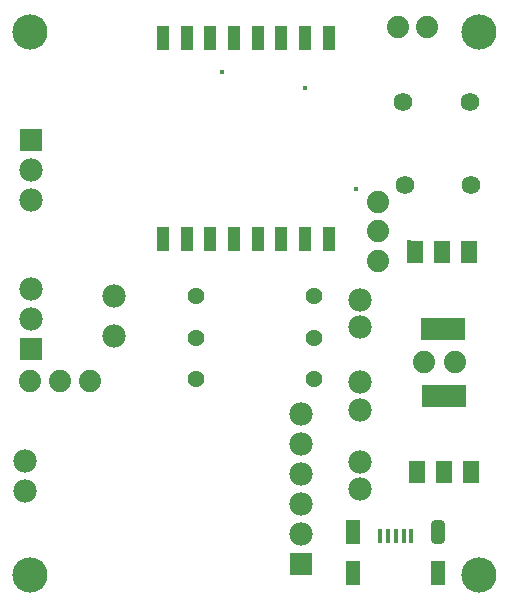
<source format=gts>
G04*
G04 #@! TF.GenerationSoftware,Altium Limited,Altium Designer,19.0.4 (130)*
G04*
G04 Layer_Color=8388736*
%FSLAX25Y25*%
%MOIN*%
G70*
G01*
G75*
%ADD16R,0.01496X0.05039*%
%ADD17R,0.03858X0.08189*%
%ADD18R,0.05821X0.07821*%
%ADD19R,0.14921X0.07821*%
%ADD20C,0.07402*%
G04:AMPARAMS|DCode=21|XSize=77.95mil|YSize=46.46mil|CornerRadius=0mil|HoleSize=0mil|Usage=FLASHONLY|Rotation=270.000|XOffset=0mil|YOffset=0mil|HoleType=Round|Shape=RoundedRectangle|*
%AMROUNDEDRECTD21*
21,1,0.07795,0.04646,0,0,270.0*
21,1,0.07795,0.04646,0,0,270.0*
1,1,0.00000,-0.02323,-0.03898*
1,1,0.00000,-0.02323,0.03898*
1,1,0.00000,0.02323,0.03898*
1,1,0.00000,0.02323,-0.03898*
%
%ADD21ROUNDEDRECTD21*%
G04:AMPARAMS|DCode=22|XSize=77.95mil|YSize=46.46mil|CornerRadius=11.42mil|HoleSize=0mil|Usage=FLASHONLY|Rotation=270.000|XOffset=0mil|YOffset=0mil|HoleType=Round|Shape=RoundedRectangle|*
%AMROUNDEDRECTD22*
21,1,0.07795,0.02362,0,0,270.0*
21,1,0.05512,0.04646,0,0,270.0*
1,1,0.02284,-0.01181,-0.02756*
1,1,0.02284,-0.01181,0.02756*
1,1,0.02284,0.01181,0.02756*
1,1,0.02284,0.01181,-0.02756*
%
%ADD22ROUNDEDRECTD22*%
%ADD23R,0.07795X0.07795*%
%ADD24C,0.07795*%
%ADD25C,0.05630*%
%ADD26C,0.06221*%
%ADD27C,0.01496*%
%ADD28C,0.11732*%
D16*
X124803Y21000D02*
D03*
X127362D02*
D03*
X129921D02*
D03*
X132480D02*
D03*
X135039D02*
D03*
D17*
X52362Y187008D02*
D03*
X60236D02*
D03*
X68110D02*
D03*
X75984D02*
D03*
X83858D02*
D03*
X91732D02*
D03*
X99606D02*
D03*
X107480D02*
D03*
Y119685D02*
D03*
X99606D02*
D03*
X91732D02*
D03*
X83858D02*
D03*
X75984D02*
D03*
X68110D02*
D03*
X60236D02*
D03*
X52362D02*
D03*
D18*
X145924Y42118D02*
D03*
X136869D02*
D03*
X154980D02*
D03*
X145414Y115362D02*
D03*
X154469D02*
D03*
X136359D02*
D03*
D19*
X145858Y67472D02*
D03*
X145481Y90008D02*
D03*
D20*
X140157Y190551D02*
D03*
X130709D02*
D03*
X149606Y78740D02*
D03*
X139370D02*
D03*
X124016Y132283D02*
D03*
Y122441D02*
D03*
Y112441D02*
D03*
X28110Y72441D02*
D03*
X18110D02*
D03*
X8110D02*
D03*
D21*
X115748Y22220D02*
D03*
X144095Y8559D02*
D03*
X115748D02*
D03*
D22*
X144095Y22220D02*
D03*
D23*
X98425Y11496D02*
D03*
X8268Y83307D02*
D03*
Y152913D02*
D03*
D24*
X98425Y21496D02*
D03*
Y31496D02*
D03*
Y41496D02*
D03*
Y51496D02*
D03*
Y61496D02*
D03*
X8268Y103307D02*
D03*
Y93307D02*
D03*
Y132913D02*
D03*
Y142913D02*
D03*
X35827Y87402D02*
D03*
Y100787D02*
D03*
X118110Y45669D02*
D03*
Y36614D02*
D03*
Y62992D02*
D03*
Y72047D02*
D03*
Y99606D02*
D03*
Y90551D02*
D03*
X6299Y45866D02*
D03*
Y35945D02*
D03*
D25*
X102756Y100787D02*
D03*
X63386D02*
D03*
X102756Y73228D02*
D03*
X63386D02*
D03*
X102756Y87008D02*
D03*
X63386D02*
D03*
D26*
X132874Y137795D02*
D03*
X155118D02*
D03*
X154527Y165354D02*
D03*
X132283D02*
D03*
D27*
X134252Y118898D02*
D03*
X116535Y136614D02*
D03*
X99606Y170079D02*
D03*
X72047Y175591D02*
D03*
D28*
X7874Y188976D02*
D03*
X157480Y7874D02*
D03*
Y188976D02*
D03*
X7874Y7874D02*
D03*
M02*

</source>
